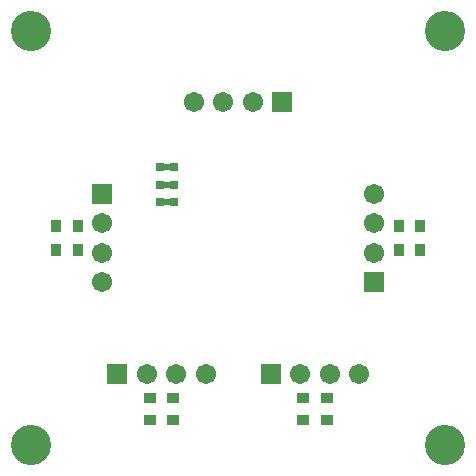
<source format=gbs>
G75*
%MOIN*%
%OFA0B0*%
%FSLAX25Y25*%
%IPPOS*%
%LPD*%
%AMOC8*
5,1,8,0,0,1.08239X$1,22.5*
%
%ADD10R,0.06706X0.06706*%
%ADD11C,0.06706*%
%ADD12R,0.03543X0.04331*%
%ADD13R,0.04331X0.03543*%
%ADD14R,0.03150X0.03150*%
%ADD15R,0.03950X0.01981*%
%ADD16C,0.13398*%
D10*
X0086521Y0048244D03*
X0137702Y0048244D03*
X0172151Y0078756D03*
X0141639Y0138795D03*
X0081599Y0108283D03*
D11*
X0081599Y0098441D03*
X0081599Y0088598D03*
X0081599Y0078756D03*
X0096363Y0048244D03*
X0106206Y0048244D03*
X0116048Y0048244D03*
X0147544Y0048244D03*
X0157387Y0048244D03*
X0167229Y0048244D03*
X0172151Y0088598D03*
X0172151Y0098441D03*
X0172151Y0108283D03*
X0131796Y0138795D03*
X0121954Y0138795D03*
X0112111Y0138795D03*
D12*
X0073332Y0097457D03*
X0066245Y0097457D03*
X0066245Y0089583D03*
X0073332Y0089583D03*
X0180418Y0089583D03*
X0187505Y0089583D03*
X0187505Y0097457D03*
X0180418Y0097457D03*
D13*
X0156403Y0039976D03*
X0156403Y0032890D03*
X0148529Y0032890D03*
X0148529Y0039976D03*
X0105221Y0039976D03*
X0105221Y0032890D03*
X0097347Y0032890D03*
X0097347Y0039976D03*
D14*
X0100891Y0105331D03*
X0105615Y0105331D03*
X0105615Y0111236D03*
X0100891Y0111236D03*
X0100891Y0117142D03*
X0105615Y0117142D03*
D15*
X0103253Y0117142D03*
X0103253Y0111236D03*
X0103253Y0105331D03*
D16*
X0057977Y0024622D03*
X0057977Y0162417D03*
X0195773Y0162417D03*
X0195773Y0024622D03*
M02*

</source>
